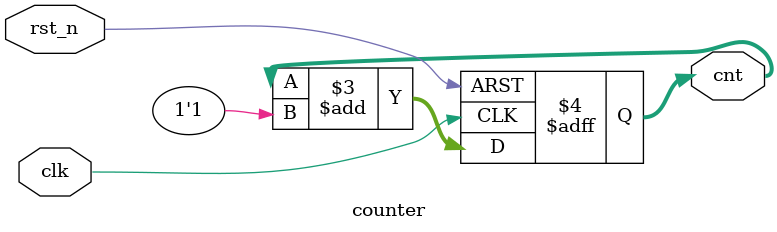
<source format=v>
/*
Author    				: 	Junhan Lv
Email Address         	:    1322069095@qq.com
Filename             	:    counter.v
Data                 	:    2023-11-9
Description           	:    counter for 4.
Modification History    	:
Data            Author       Version         Change Description
=======================================================
23/11/9        Junhan Lv    1.0              Original
*/

module counter (
    input wire clk,
    input wire rst_n,

    output reg [3:0] cnt // 4位
);
    
always @(posedge clk or negedge rst_n) begin
    if (!rst_n)  // 复位信号
        cnt<=0;
    else 
        cnt<=cnt+1'b1;        
end

endmodule

</source>
